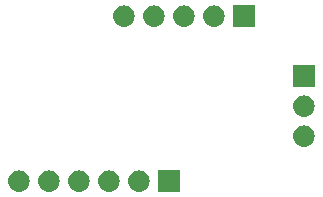
<source format=gbr>
G04 #@! TF.GenerationSoftware,KiCad,Pcbnew,5.1.2*
G04 #@! TF.CreationDate,2019-05-06T11:57:56-05:00*
G04 #@! TF.ProjectId,STM32L011Minimal,53544d33-324c-4303-9131-4d696e696d61,rev?*
G04 #@! TF.SameCoordinates,Original*
G04 #@! TF.FileFunction,Soldermask,Bot*
G04 #@! TF.FilePolarity,Negative*
%FSLAX46Y46*%
G04 Gerber Fmt 4.6, Leading zero omitted, Abs format (unit mm)*
G04 Created by KiCad (PCBNEW 5.1.2) date 2019-05-06 11:57:56*
%MOMM*%
%LPD*%
G04 APERTURE LIST*
%ADD10C,0.100000*%
G04 APERTURE END LIST*
D10*
G36*
X160130442Y-86735518D02*
G01*
X160196627Y-86742037D01*
X160366466Y-86793557D01*
X160522991Y-86877222D01*
X160558729Y-86906552D01*
X160660186Y-86989814D01*
X160743448Y-87091271D01*
X160772778Y-87127009D01*
X160856443Y-87283534D01*
X160907963Y-87453373D01*
X160925359Y-87630000D01*
X160907963Y-87806627D01*
X160856443Y-87976466D01*
X160772778Y-88132991D01*
X160743448Y-88168729D01*
X160660186Y-88270186D01*
X160558729Y-88353448D01*
X160522991Y-88382778D01*
X160366466Y-88466443D01*
X160196627Y-88517963D01*
X160130442Y-88524482D01*
X160064260Y-88531000D01*
X159975740Y-88531000D01*
X159909558Y-88524482D01*
X159843373Y-88517963D01*
X159673534Y-88466443D01*
X159517009Y-88382778D01*
X159481271Y-88353448D01*
X159379814Y-88270186D01*
X159296552Y-88168729D01*
X159267222Y-88132991D01*
X159183557Y-87976466D01*
X159132037Y-87806627D01*
X159114641Y-87630000D01*
X159132037Y-87453373D01*
X159183557Y-87283534D01*
X159267222Y-87127009D01*
X159296552Y-87091271D01*
X159379814Y-86989814D01*
X159481271Y-86906552D01*
X159517009Y-86877222D01*
X159673534Y-86793557D01*
X159843373Y-86742037D01*
X159909558Y-86735518D01*
X159975740Y-86729000D01*
X160064260Y-86729000D01*
X160130442Y-86735518D01*
X160130442Y-86735518D01*
G37*
G36*
X163461000Y-88531000D02*
G01*
X161659000Y-88531000D01*
X161659000Y-86729000D01*
X163461000Y-86729000D01*
X163461000Y-88531000D01*
X163461000Y-88531000D01*
G37*
G36*
X157590442Y-86735518D02*
G01*
X157656627Y-86742037D01*
X157826466Y-86793557D01*
X157982991Y-86877222D01*
X158018729Y-86906552D01*
X158120186Y-86989814D01*
X158203448Y-87091271D01*
X158232778Y-87127009D01*
X158316443Y-87283534D01*
X158367963Y-87453373D01*
X158385359Y-87630000D01*
X158367963Y-87806627D01*
X158316443Y-87976466D01*
X158232778Y-88132991D01*
X158203448Y-88168729D01*
X158120186Y-88270186D01*
X158018729Y-88353448D01*
X157982991Y-88382778D01*
X157826466Y-88466443D01*
X157656627Y-88517963D01*
X157590442Y-88524482D01*
X157524260Y-88531000D01*
X157435740Y-88531000D01*
X157369558Y-88524482D01*
X157303373Y-88517963D01*
X157133534Y-88466443D01*
X156977009Y-88382778D01*
X156941271Y-88353448D01*
X156839814Y-88270186D01*
X156756552Y-88168729D01*
X156727222Y-88132991D01*
X156643557Y-87976466D01*
X156592037Y-87806627D01*
X156574641Y-87630000D01*
X156592037Y-87453373D01*
X156643557Y-87283534D01*
X156727222Y-87127009D01*
X156756552Y-87091271D01*
X156839814Y-86989814D01*
X156941271Y-86906552D01*
X156977009Y-86877222D01*
X157133534Y-86793557D01*
X157303373Y-86742037D01*
X157369558Y-86735518D01*
X157435740Y-86729000D01*
X157524260Y-86729000D01*
X157590442Y-86735518D01*
X157590442Y-86735518D01*
G37*
G36*
X155050442Y-86735518D02*
G01*
X155116627Y-86742037D01*
X155286466Y-86793557D01*
X155442991Y-86877222D01*
X155478729Y-86906552D01*
X155580186Y-86989814D01*
X155663448Y-87091271D01*
X155692778Y-87127009D01*
X155776443Y-87283534D01*
X155827963Y-87453373D01*
X155845359Y-87630000D01*
X155827963Y-87806627D01*
X155776443Y-87976466D01*
X155692778Y-88132991D01*
X155663448Y-88168729D01*
X155580186Y-88270186D01*
X155478729Y-88353448D01*
X155442991Y-88382778D01*
X155286466Y-88466443D01*
X155116627Y-88517963D01*
X155050442Y-88524482D01*
X154984260Y-88531000D01*
X154895740Y-88531000D01*
X154829558Y-88524482D01*
X154763373Y-88517963D01*
X154593534Y-88466443D01*
X154437009Y-88382778D01*
X154401271Y-88353448D01*
X154299814Y-88270186D01*
X154216552Y-88168729D01*
X154187222Y-88132991D01*
X154103557Y-87976466D01*
X154052037Y-87806627D01*
X154034641Y-87630000D01*
X154052037Y-87453373D01*
X154103557Y-87283534D01*
X154187222Y-87127009D01*
X154216552Y-87091271D01*
X154299814Y-86989814D01*
X154401271Y-86906552D01*
X154437009Y-86877222D01*
X154593534Y-86793557D01*
X154763373Y-86742037D01*
X154829558Y-86735518D01*
X154895740Y-86729000D01*
X154984260Y-86729000D01*
X155050442Y-86735518D01*
X155050442Y-86735518D01*
G37*
G36*
X152510442Y-86735518D02*
G01*
X152576627Y-86742037D01*
X152746466Y-86793557D01*
X152902991Y-86877222D01*
X152938729Y-86906552D01*
X153040186Y-86989814D01*
X153123448Y-87091271D01*
X153152778Y-87127009D01*
X153236443Y-87283534D01*
X153287963Y-87453373D01*
X153305359Y-87630000D01*
X153287963Y-87806627D01*
X153236443Y-87976466D01*
X153152778Y-88132991D01*
X153123448Y-88168729D01*
X153040186Y-88270186D01*
X152938729Y-88353448D01*
X152902991Y-88382778D01*
X152746466Y-88466443D01*
X152576627Y-88517963D01*
X152510442Y-88524482D01*
X152444260Y-88531000D01*
X152355740Y-88531000D01*
X152289558Y-88524482D01*
X152223373Y-88517963D01*
X152053534Y-88466443D01*
X151897009Y-88382778D01*
X151861271Y-88353448D01*
X151759814Y-88270186D01*
X151676552Y-88168729D01*
X151647222Y-88132991D01*
X151563557Y-87976466D01*
X151512037Y-87806627D01*
X151494641Y-87630000D01*
X151512037Y-87453373D01*
X151563557Y-87283534D01*
X151647222Y-87127009D01*
X151676552Y-87091271D01*
X151759814Y-86989814D01*
X151861271Y-86906552D01*
X151897009Y-86877222D01*
X152053534Y-86793557D01*
X152223373Y-86742037D01*
X152289558Y-86735518D01*
X152355740Y-86729000D01*
X152444260Y-86729000D01*
X152510442Y-86735518D01*
X152510442Y-86735518D01*
G37*
G36*
X149970442Y-86735518D02*
G01*
X150036627Y-86742037D01*
X150206466Y-86793557D01*
X150362991Y-86877222D01*
X150398729Y-86906552D01*
X150500186Y-86989814D01*
X150583448Y-87091271D01*
X150612778Y-87127009D01*
X150696443Y-87283534D01*
X150747963Y-87453373D01*
X150765359Y-87630000D01*
X150747963Y-87806627D01*
X150696443Y-87976466D01*
X150612778Y-88132991D01*
X150583448Y-88168729D01*
X150500186Y-88270186D01*
X150398729Y-88353448D01*
X150362991Y-88382778D01*
X150206466Y-88466443D01*
X150036627Y-88517963D01*
X149970442Y-88524482D01*
X149904260Y-88531000D01*
X149815740Y-88531000D01*
X149749558Y-88524482D01*
X149683373Y-88517963D01*
X149513534Y-88466443D01*
X149357009Y-88382778D01*
X149321271Y-88353448D01*
X149219814Y-88270186D01*
X149136552Y-88168729D01*
X149107222Y-88132991D01*
X149023557Y-87976466D01*
X148972037Y-87806627D01*
X148954641Y-87630000D01*
X148972037Y-87453373D01*
X149023557Y-87283534D01*
X149107222Y-87127009D01*
X149136552Y-87091271D01*
X149219814Y-86989814D01*
X149321271Y-86906552D01*
X149357009Y-86877222D01*
X149513534Y-86793557D01*
X149683373Y-86742037D01*
X149749558Y-86735518D01*
X149815740Y-86729000D01*
X149904260Y-86729000D01*
X149970442Y-86735518D01*
X149970442Y-86735518D01*
G37*
G36*
X174100443Y-82925519D02*
G01*
X174166627Y-82932037D01*
X174336466Y-82983557D01*
X174492991Y-83067222D01*
X174528729Y-83096552D01*
X174630186Y-83179814D01*
X174713448Y-83281271D01*
X174742778Y-83317009D01*
X174826443Y-83473534D01*
X174877963Y-83643373D01*
X174895359Y-83820000D01*
X174877963Y-83996627D01*
X174826443Y-84166466D01*
X174742778Y-84322991D01*
X174713448Y-84358729D01*
X174630186Y-84460186D01*
X174528729Y-84543448D01*
X174492991Y-84572778D01*
X174336466Y-84656443D01*
X174166627Y-84707963D01*
X174100443Y-84714481D01*
X174034260Y-84721000D01*
X173945740Y-84721000D01*
X173879557Y-84714481D01*
X173813373Y-84707963D01*
X173643534Y-84656443D01*
X173487009Y-84572778D01*
X173451271Y-84543448D01*
X173349814Y-84460186D01*
X173266552Y-84358729D01*
X173237222Y-84322991D01*
X173153557Y-84166466D01*
X173102037Y-83996627D01*
X173084641Y-83820000D01*
X173102037Y-83643373D01*
X173153557Y-83473534D01*
X173237222Y-83317009D01*
X173266552Y-83281271D01*
X173349814Y-83179814D01*
X173451271Y-83096552D01*
X173487009Y-83067222D01*
X173643534Y-82983557D01*
X173813373Y-82932037D01*
X173879557Y-82925519D01*
X173945740Y-82919000D01*
X174034260Y-82919000D01*
X174100443Y-82925519D01*
X174100443Y-82925519D01*
G37*
G36*
X174100442Y-80385518D02*
G01*
X174166627Y-80392037D01*
X174336466Y-80443557D01*
X174492991Y-80527222D01*
X174528729Y-80556552D01*
X174630186Y-80639814D01*
X174713448Y-80741271D01*
X174742778Y-80777009D01*
X174826443Y-80933534D01*
X174877963Y-81103373D01*
X174895359Y-81280000D01*
X174877963Y-81456627D01*
X174826443Y-81626466D01*
X174742778Y-81782991D01*
X174713448Y-81818729D01*
X174630186Y-81920186D01*
X174528729Y-82003448D01*
X174492991Y-82032778D01*
X174336466Y-82116443D01*
X174166627Y-82167963D01*
X174100443Y-82174481D01*
X174034260Y-82181000D01*
X173945740Y-82181000D01*
X173879557Y-82174481D01*
X173813373Y-82167963D01*
X173643534Y-82116443D01*
X173487009Y-82032778D01*
X173451271Y-82003448D01*
X173349814Y-81920186D01*
X173266552Y-81818729D01*
X173237222Y-81782991D01*
X173153557Y-81626466D01*
X173102037Y-81456627D01*
X173084641Y-81280000D01*
X173102037Y-81103373D01*
X173153557Y-80933534D01*
X173237222Y-80777009D01*
X173266552Y-80741271D01*
X173349814Y-80639814D01*
X173451271Y-80556552D01*
X173487009Y-80527222D01*
X173643534Y-80443557D01*
X173813373Y-80392037D01*
X173879558Y-80385518D01*
X173945740Y-80379000D01*
X174034260Y-80379000D01*
X174100442Y-80385518D01*
X174100442Y-80385518D01*
G37*
G36*
X174891000Y-79641000D02*
G01*
X173089000Y-79641000D01*
X173089000Y-77839000D01*
X174891000Y-77839000D01*
X174891000Y-79641000D01*
X174891000Y-79641000D01*
G37*
G36*
X158860442Y-72765518D02*
G01*
X158926627Y-72772037D01*
X159096466Y-72823557D01*
X159252991Y-72907222D01*
X159288729Y-72936552D01*
X159390186Y-73019814D01*
X159473448Y-73121271D01*
X159502778Y-73157009D01*
X159586443Y-73313534D01*
X159637963Y-73483373D01*
X159655359Y-73660000D01*
X159637963Y-73836627D01*
X159586443Y-74006466D01*
X159502778Y-74162991D01*
X159473448Y-74198729D01*
X159390186Y-74300186D01*
X159288729Y-74383448D01*
X159252991Y-74412778D01*
X159096466Y-74496443D01*
X158926627Y-74547963D01*
X158860442Y-74554482D01*
X158794260Y-74561000D01*
X158705740Y-74561000D01*
X158639558Y-74554482D01*
X158573373Y-74547963D01*
X158403534Y-74496443D01*
X158247009Y-74412778D01*
X158211271Y-74383448D01*
X158109814Y-74300186D01*
X158026552Y-74198729D01*
X157997222Y-74162991D01*
X157913557Y-74006466D01*
X157862037Y-73836627D01*
X157844641Y-73660000D01*
X157862037Y-73483373D01*
X157913557Y-73313534D01*
X157997222Y-73157009D01*
X158026552Y-73121271D01*
X158109814Y-73019814D01*
X158211271Y-72936552D01*
X158247009Y-72907222D01*
X158403534Y-72823557D01*
X158573373Y-72772037D01*
X158639558Y-72765518D01*
X158705740Y-72759000D01*
X158794260Y-72759000D01*
X158860442Y-72765518D01*
X158860442Y-72765518D01*
G37*
G36*
X161400442Y-72765518D02*
G01*
X161466627Y-72772037D01*
X161636466Y-72823557D01*
X161792991Y-72907222D01*
X161828729Y-72936552D01*
X161930186Y-73019814D01*
X162013448Y-73121271D01*
X162042778Y-73157009D01*
X162126443Y-73313534D01*
X162177963Y-73483373D01*
X162195359Y-73660000D01*
X162177963Y-73836627D01*
X162126443Y-74006466D01*
X162042778Y-74162991D01*
X162013448Y-74198729D01*
X161930186Y-74300186D01*
X161828729Y-74383448D01*
X161792991Y-74412778D01*
X161636466Y-74496443D01*
X161466627Y-74547963D01*
X161400442Y-74554482D01*
X161334260Y-74561000D01*
X161245740Y-74561000D01*
X161179558Y-74554482D01*
X161113373Y-74547963D01*
X160943534Y-74496443D01*
X160787009Y-74412778D01*
X160751271Y-74383448D01*
X160649814Y-74300186D01*
X160566552Y-74198729D01*
X160537222Y-74162991D01*
X160453557Y-74006466D01*
X160402037Y-73836627D01*
X160384641Y-73660000D01*
X160402037Y-73483373D01*
X160453557Y-73313534D01*
X160537222Y-73157009D01*
X160566552Y-73121271D01*
X160649814Y-73019814D01*
X160751271Y-72936552D01*
X160787009Y-72907222D01*
X160943534Y-72823557D01*
X161113373Y-72772037D01*
X161179558Y-72765518D01*
X161245740Y-72759000D01*
X161334260Y-72759000D01*
X161400442Y-72765518D01*
X161400442Y-72765518D01*
G37*
G36*
X163940442Y-72765518D02*
G01*
X164006627Y-72772037D01*
X164176466Y-72823557D01*
X164332991Y-72907222D01*
X164368729Y-72936552D01*
X164470186Y-73019814D01*
X164553448Y-73121271D01*
X164582778Y-73157009D01*
X164666443Y-73313534D01*
X164717963Y-73483373D01*
X164735359Y-73660000D01*
X164717963Y-73836627D01*
X164666443Y-74006466D01*
X164582778Y-74162991D01*
X164553448Y-74198729D01*
X164470186Y-74300186D01*
X164368729Y-74383448D01*
X164332991Y-74412778D01*
X164176466Y-74496443D01*
X164006627Y-74547963D01*
X163940442Y-74554482D01*
X163874260Y-74561000D01*
X163785740Y-74561000D01*
X163719558Y-74554482D01*
X163653373Y-74547963D01*
X163483534Y-74496443D01*
X163327009Y-74412778D01*
X163291271Y-74383448D01*
X163189814Y-74300186D01*
X163106552Y-74198729D01*
X163077222Y-74162991D01*
X162993557Y-74006466D01*
X162942037Y-73836627D01*
X162924641Y-73660000D01*
X162942037Y-73483373D01*
X162993557Y-73313534D01*
X163077222Y-73157009D01*
X163106552Y-73121271D01*
X163189814Y-73019814D01*
X163291271Y-72936552D01*
X163327009Y-72907222D01*
X163483534Y-72823557D01*
X163653373Y-72772037D01*
X163719558Y-72765518D01*
X163785740Y-72759000D01*
X163874260Y-72759000D01*
X163940442Y-72765518D01*
X163940442Y-72765518D01*
G37*
G36*
X166480442Y-72765518D02*
G01*
X166546627Y-72772037D01*
X166716466Y-72823557D01*
X166872991Y-72907222D01*
X166908729Y-72936552D01*
X167010186Y-73019814D01*
X167093448Y-73121271D01*
X167122778Y-73157009D01*
X167206443Y-73313534D01*
X167257963Y-73483373D01*
X167275359Y-73660000D01*
X167257963Y-73836627D01*
X167206443Y-74006466D01*
X167122778Y-74162991D01*
X167093448Y-74198729D01*
X167010186Y-74300186D01*
X166908729Y-74383448D01*
X166872991Y-74412778D01*
X166716466Y-74496443D01*
X166546627Y-74547963D01*
X166480442Y-74554482D01*
X166414260Y-74561000D01*
X166325740Y-74561000D01*
X166259558Y-74554482D01*
X166193373Y-74547963D01*
X166023534Y-74496443D01*
X165867009Y-74412778D01*
X165831271Y-74383448D01*
X165729814Y-74300186D01*
X165646552Y-74198729D01*
X165617222Y-74162991D01*
X165533557Y-74006466D01*
X165482037Y-73836627D01*
X165464641Y-73660000D01*
X165482037Y-73483373D01*
X165533557Y-73313534D01*
X165617222Y-73157009D01*
X165646552Y-73121271D01*
X165729814Y-73019814D01*
X165831271Y-72936552D01*
X165867009Y-72907222D01*
X166023534Y-72823557D01*
X166193373Y-72772037D01*
X166259558Y-72765518D01*
X166325740Y-72759000D01*
X166414260Y-72759000D01*
X166480442Y-72765518D01*
X166480442Y-72765518D01*
G37*
G36*
X169811000Y-74561000D02*
G01*
X168009000Y-74561000D01*
X168009000Y-72759000D01*
X169811000Y-72759000D01*
X169811000Y-74561000D01*
X169811000Y-74561000D01*
G37*
M02*

</source>
